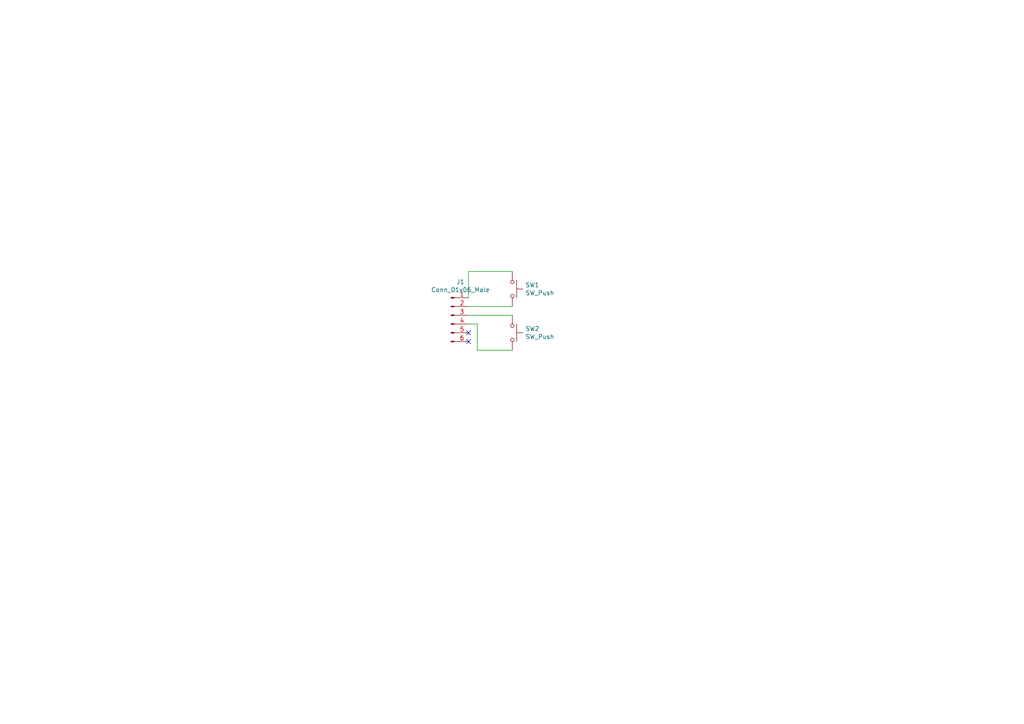
<source format=kicad_sch>
(kicad_sch (version 20211123) (generator eeschema)
  (paper "A4")
  (lib_symbols
    (symbol "Connector:Conn_01x06_Male" (pin_names (offset 1.016) hide)
      (property "Reference" "J" (at 0 7.62 0))
      (property "Value" "Conn_01x06_Male" (at 0 -10.16 0))
      (symbol "Conn_01x06_Male_1_1"
        (polyline (pts (xy 1.27 -7.62) (xy 0.8636 -7.62)) (stroke (width 0.1524)))
        (polyline (pts (xy 1.27 -5.08) (xy 0.8636 -5.08)) (stroke (width 0.1524)))
        (polyline (pts (xy 1.27 -2.54) (xy 0.8636 -2.54)) (stroke (width 0.1524)))
        (polyline (pts (xy 1.27 0) (xy 0.8636 0)) (stroke (width 0.1524)))
        (polyline (pts (xy 1.27 2.54) (xy 0.8636 2.54)) (stroke (width 0.1524)))
        (polyline (pts (xy 1.27 5.08) (xy 0.8636 5.08)) (stroke (width 0.1524)))
        (rectangle (start 0.8636 -7.493) (end 0 -7.747) (stroke (width 0.1524)) (fill (type outline)))
        (rectangle (start 0.8636 -4.953) (end 0 -5.207) (stroke (width 0.1524)) (fill (type outline)))
        (rectangle (start 0.8636 -2.413) (end 0 -2.667) (stroke (width 0.1524)) (fill (type outline)))
        (rectangle (start 0.8636 0.127) (end 0 -0.127) (stroke (width 0.1524)) (fill (type outline)))
        (rectangle (start 0.8636 2.667) (end 0 2.413) (stroke (width 0.1524)) (fill (type outline)))
        (rectangle (start 0.8636 5.207) (end 0 4.953) (stroke (width 0.1524)) (fill (type outline)))
        (pin passive line (at 5.08 5.08 180) (length 3.81) (name "Pin_1") (number "1"))
        (pin passive line (at 5.08 2.54 180) (length 3.81) (name "Pin_2") (number "2"))
        (pin passive line (at 5.08 0 180) (length 3.81) (name "Pin_3") (number "3"))
        (pin passive line (at 5.08 -2.54 180) (length 3.81) (name "Pin_4") (number "4"))
        (pin passive line (at 5.08 -5.08 180) (length 3.81) (name "Pin_5") (number "5"))
        (pin passive line (at 5.08 -7.62 180) (length 3.81) (name "Pin_6") (number "6"))
      )
    )
    (symbol "Switch:SW_Push" (pin_numbers hide) (pin_names (offset 1.016) hide)
      (property "Reference" "SW" (at 1.27 2.54 0))
      (property "Value" "SW_Push" (at 0 -1.524 0))
      (symbol "SW_Push_0_1"
        (circle (center -2.032 0) (radius 0.508))
        (polyline (pts (xy 0 1.27) (xy 0 3.048)))
        (polyline (pts (xy 2.54 1.27) (xy -2.54 1.27)))
        (circle (center 2.032 0) (radius 0.508))
        (pin passive line (at -5.08 0 0) (length 2.54) (name "1") (number "1"))
        (pin passive line (at 5.08 0 180) (length 2.54) (name "2") (number "2"))
      )
    )
  )
  (no_connect (at 135.89 99.06))
  (no_connect (at 135.89 96.52))
  (wire (pts (xy 148.59 91.44) (xy 135.89 91.44)))
  (wire (pts (xy 135.89 88.9) (xy 148.59 88.9)))
  (wire (pts (xy 135.89 93.98) (xy 138.43 93.98)))
  (wire (pts (xy 138.43 93.98) (xy 138.43 101.6)))
  (wire (pts (xy 138.43 101.6) (xy 148.59 101.6)))
  (wire (pts (xy 135.89 78.74) (xy 148.59 78.74)))
  (wire (pts (xy 135.89 86.36) (xy 135.89 78.74)))
  (symbol (lib_id "Connector:Conn_01x06_Male") (at 130.81 91.44 0) (unit 1)
    (property "Reference" "J1" (at 133.5532 81.7626 0))
    (property "Value" "Conn_01x06_Male" (at 133.5532 84.074 0))
    (property "Footprint" "Connector_PinHeader_2.54mm:PinHeader_2x03_P2.54mm_Vertical_SMD" (effects hide))
  )
  (symbol (lib_id "Switch:SW_Push") (at 148.59 83.82 270) (unit 1)
    (property "Reference" "SW1" (at 152.3492 82.6516 90) (effects (justify left)))
    (property "Value" "SW_Push" (at 152.3492 84.963 90) (effects (justify left)))
    (property "Footprint" "Button_Switch_SMD:SW_Push_1P1T_NO_6x6mm_H9.5mm" (effects hide))
  )
  (symbol (lib_id "Switch:SW_Push") (at 148.59 96.52 270) (unit 1)
    (property "Reference" "SW2" (at 152.3492 95.3516 90) (effects (justify left)))
    (property "Value" "SW_Push" (at 152.3492 97.663 90) (effects (justify left)))
    (property "Footprint" "Button_Switch_SMD:SW_Push_1P1T_NO_6x6mm_H9.5mm" (effects hide))
  )
)
</source>
